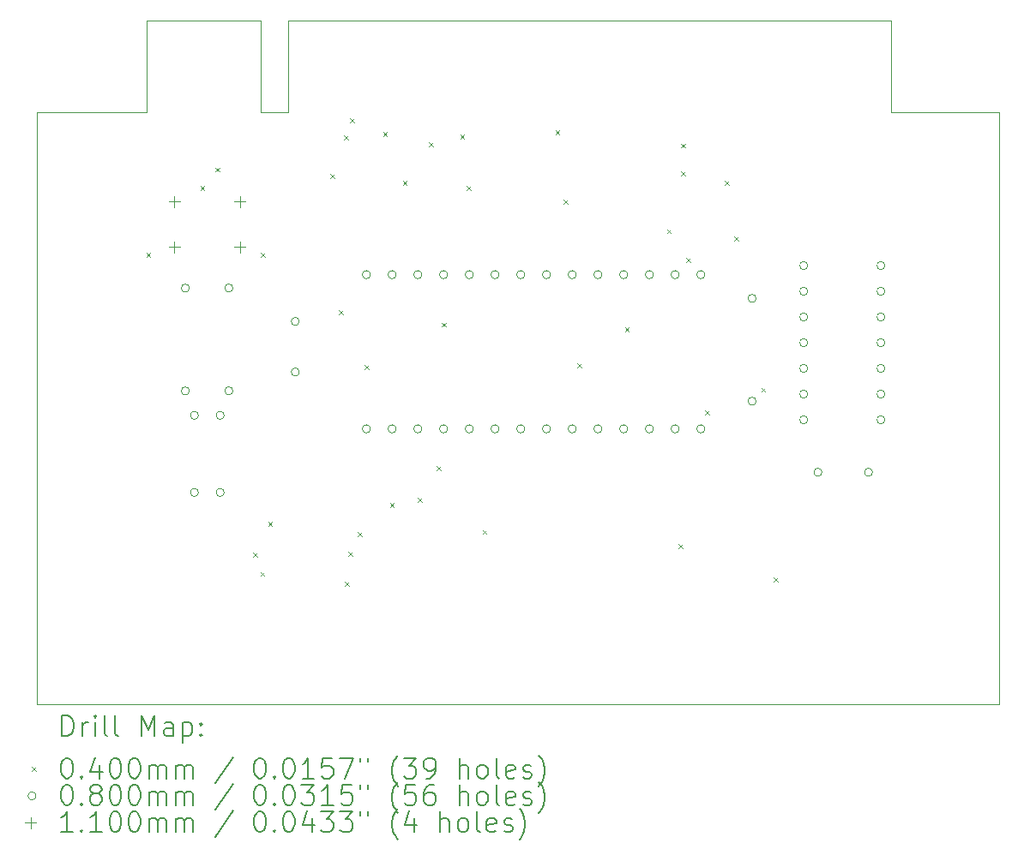
<source format=gbr>
%TF.GenerationSoftware,KiCad,Pcbnew,(6.0.10)*%
%TF.CreationDate,2023-03-31T21:51:58+03:00*%
%TF.ProjectId,zxcart,7a786361-7274-42e6-9b69-6361645f7063,rev?*%
%TF.SameCoordinates,Original*%
%TF.FileFunction,Drillmap*%
%TF.FilePolarity,Positive*%
%FSLAX45Y45*%
G04 Gerber Fmt 4.5, Leading zero omitted, Abs format (unit mm)*
G04 Created by KiCad (PCBNEW (6.0.10)) date 2023-03-31 21:51:58*
%MOMM*%
%LPD*%
G01*
G04 APERTURE LIST*
%ADD10C,0.100000*%
%ADD11C,0.200000*%
%ADD12C,0.040000*%
%ADD13C,0.080000*%
%ADD14C,0.110000*%
G04 APERTURE END LIST*
D10*
X10580000Y-5450000D02*
X10850000Y-5450000D01*
X10850000Y-4550000D02*
X16805000Y-4550000D01*
X10850000Y-4550000D02*
X10850000Y-5450000D01*
X10580000Y-4550000D02*
X10580000Y-5450000D01*
X9455000Y-4550000D02*
X10580000Y-4550000D01*
X8366748Y-11300000D02*
X17866749Y-11300000D01*
X8366748Y-5450000D02*
X9455000Y-5450000D01*
X16805000Y-5450000D02*
X17866749Y-5450000D01*
X16805000Y-4550000D02*
X16805000Y-5450000D01*
X9455000Y-4550000D02*
X9455000Y-5450000D01*
X8366748Y-5450000D02*
X8366748Y-11300000D01*
X17866749Y-5450000D02*
X17866749Y-11300000D01*
D11*
D12*
X9450150Y-6844130D02*
X9490150Y-6884130D01*
X9490150Y-6844130D02*
X9450150Y-6884130D01*
X9983050Y-6182750D02*
X10023050Y-6222750D01*
X10023050Y-6182750D02*
X9983050Y-6222750D01*
X10130000Y-6000000D02*
X10170000Y-6040000D01*
X10170000Y-6000000D02*
X10130000Y-6040000D01*
X10503120Y-9806880D02*
X10543120Y-9846880D01*
X10543120Y-9806880D02*
X10503120Y-9846880D01*
X10575770Y-9995770D02*
X10615770Y-10035770D01*
X10615770Y-9995770D02*
X10575770Y-10035770D01*
X10579520Y-6840090D02*
X10619520Y-6880090D01*
X10619520Y-6840090D02*
X10579520Y-6880090D01*
X10652520Y-9497920D02*
X10692520Y-9537920D01*
X10692520Y-9497920D02*
X10652520Y-9537920D01*
X11263760Y-6063540D02*
X11303760Y-6103540D01*
X11303760Y-6063540D02*
X11263760Y-6103540D01*
X11349150Y-7410480D02*
X11389150Y-7450480D01*
X11389150Y-7410480D02*
X11349150Y-7450480D01*
X11404800Y-5684800D02*
X11444800Y-5724800D01*
X11444800Y-5684800D02*
X11404800Y-5724800D01*
X11411980Y-10095970D02*
X11451980Y-10135970D01*
X11451980Y-10095970D02*
X11411980Y-10135970D01*
X11444100Y-9800000D02*
X11484100Y-9840000D01*
X11484100Y-9800000D02*
X11444100Y-9840000D01*
X11460000Y-5510000D02*
X11500000Y-5550000D01*
X11500000Y-5510000D02*
X11460000Y-5550000D01*
X11540330Y-9599540D02*
X11580330Y-9639540D01*
X11580330Y-9599540D02*
X11540330Y-9639540D01*
X11603000Y-7951830D02*
X11643000Y-7991830D01*
X11643000Y-7951830D02*
X11603000Y-7991830D01*
X11787610Y-5647610D02*
X11827610Y-5687610D01*
X11827610Y-5647610D02*
X11787610Y-5687610D01*
X11854680Y-9312740D02*
X11894680Y-9352740D01*
X11894680Y-9312740D02*
X11854680Y-9352740D01*
X11982860Y-6128180D02*
X12022860Y-6168180D01*
X12022860Y-6128180D02*
X11982860Y-6168180D01*
X12127640Y-9262690D02*
X12167640Y-9302690D01*
X12167640Y-9262690D02*
X12127640Y-9302690D01*
X12241230Y-5748770D02*
X12281230Y-5788770D01*
X12281230Y-5748770D02*
X12241230Y-5788770D01*
X12314730Y-8950170D02*
X12354730Y-8990170D01*
X12354730Y-8950170D02*
X12314730Y-8990170D01*
X12365000Y-7533240D02*
X12405000Y-7573240D01*
X12405000Y-7533240D02*
X12365000Y-7573240D01*
X12548590Y-5671510D02*
X12588590Y-5711510D01*
X12588590Y-5671510D02*
X12548590Y-5711510D01*
X12609530Y-6179100D02*
X12649530Y-6219100D01*
X12649530Y-6179100D02*
X12609530Y-6219100D01*
X12770000Y-9580000D02*
X12810000Y-9620000D01*
X12810000Y-9580000D02*
X12770000Y-9620000D01*
X13490000Y-5630000D02*
X13530000Y-5670000D01*
X13530000Y-5630000D02*
X13490000Y-5670000D01*
X13568550Y-6315000D02*
X13608550Y-6355000D01*
X13608550Y-6315000D02*
X13568550Y-6355000D01*
X13702920Y-7934410D02*
X13742920Y-7974410D01*
X13742920Y-7934410D02*
X13702920Y-7974410D01*
X14175750Y-7580900D02*
X14215750Y-7620900D01*
X14215750Y-7580900D02*
X14175750Y-7620900D01*
X14589860Y-6608760D02*
X14629860Y-6648760D01*
X14629860Y-6608760D02*
X14589860Y-6648760D01*
X14705570Y-9718350D02*
X14745570Y-9758350D01*
X14745570Y-9718350D02*
X14705570Y-9758350D01*
X14731190Y-5762350D02*
X14771190Y-5802350D01*
X14771190Y-5762350D02*
X14731190Y-5802350D01*
X14731190Y-6037570D02*
X14771190Y-6077570D01*
X14771190Y-6037570D02*
X14731190Y-6077570D01*
X14778730Y-6892770D02*
X14818730Y-6932770D01*
X14818730Y-6892770D02*
X14778730Y-6932770D01*
X14966780Y-8400870D02*
X15006780Y-8440870D01*
X15006780Y-8400870D02*
X14966780Y-8440870D01*
X15160000Y-6130000D02*
X15200000Y-6170000D01*
X15200000Y-6130000D02*
X15160000Y-6170000D01*
X15256760Y-6682400D02*
X15296760Y-6722400D01*
X15296760Y-6682400D02*
X15256760Y-6722400D01*
X15521570Y-8175480D02*
X15561570Y-8215480D01*
X15561570Y-8175480D02*
X15521570Y-8215480D01*
X15641050Y-10050000D02*
X15681050Y-10090000D01*
X15681050Y-10050000D02*
X15641050Y-10090000D01*
D13*
X9875000Y-7190000D02*
G75*
G03*
X9875000Y-7190000I-40000J0D01*
G01*
X9875000Y-8206000D02*
G75*
G03*
X9875000Y-8206000I-40000J0D01*
G01*
X9965000Y-8448000D02*
G75*
G03*
X9965000Y-8448000I-40000J0D01*
G01*
X9965000Y-9210000D02*
G75*
G03*
X9965000Y-9210000I-40000J0D01*
G01*
X10219000Y-8448000D02*
G75*
G03*
X10219000Y-8448000I-40000J0D01*
G01*
X10219000Y-9210000D02*
G75*
G03*
X10219000Y-9210000I-40000J0D01*
G01*
X10305000Y-7190000D02*
G75*
G03*
X10305000Y-7190000I-40000J0D01*
G01*
X10305000Y-8206000D02*
G75*
G03*
X10305000Y-8206000I-40000J0D01*
G01*
X10960000Y-7520000D02*
G75*
G03*
X10960000Y-7520000I-40000J0D01*
G01*
X10960000Y-8020000D02*
G75*
G03*
X10960000Y-8020000I-40000J0D01*
G01*
X11663000Y-7057500D02*
G75*
G03*
X11663000Y-7057500I-40000J0D01*
G01*
X11663000Y-8581500D02*
G75*
G03*
X11663000Y-8581500I-40000J0D01*
G01*
X11917000Y-7057500D02*
G75*
G03*
X11917000Y-7057500I-40000J0D01*
G01*
X11917000Y-8581500D02*
G75*
G03*
X11917000Y-8581500I-40000J0D01*
G01*
X12171000Y-7057500D02*
G75*
G03*
X12171000Y-7057500I-40000J0D01*
G01*
X12171000Y-8581500D02*
G75*
G03*
X12171000Y-8581500I-40000J0D01*
G01*
X12425000Y-7057500D02*
G75*
G03*
X12425000Y-7057500I-40000J0D01*
G01*
X12425000Y-8581500D02*
G75*
G03*
X12425000Y-8581500I-40000J0D01*
G01*
X12679000Y-7057500D02*
G75*
G03*
X12679000Y-7057500I-40000J0D01*
G01*
X12679000Y-8581500D02*
G75*
G03*
X12679000Y-8581500I-40000J0D01*
G01*
X12933000Y-7057500D02*
G75*
G03*
X12933000Y-7057500I-40000J0D01*
G01*
X12933000Y-8581500D02*
G75*
G03*
X12933000Y-8581500I-40000J0D01*
G01*
X13187000Y-7057500D02*
G75*
G03*
X13187000Y-7057500I-40000J0D01*
G01*
X13187000Y-8581500D02*
G75*
G03*
X13187000Y-8581500I-40000J0D01*
G01*
X13441000Y-7057500D02*
G75*
G03*
X13441000Y-7057500I-40000J0D01*
G01*
X13441000Y-8581500D02*
G75*
G03*
X13441000Y-8581500I-40000J0D01*
G01*
X13695000Y-7057500D02*
G75*
G03*
X13695000Y-7057500I-40000J0D01*
G01*
X13695000Y-8581500D02*
G75*
G03*
X13695000Y-8581500I-40000J0D01*
G01*
X13949000Y-7057500D02*
G75*
G03*
X13949000Y-7057500I-40000J0D01*
G01*
X13949000Y-8581500D02*
G75*
G03*
X13949000Y-8581500I-40000J0D01*
G01*
X14203000Y-7057500D02*
G75*
G03*
X14203000Y-7057500I-40000J0D01*
G01*
X14203000Y-8581500D02*
G75*
G03*
X14203000Y-8581500I-40000J0D01*
G01*
X14457000Y-7057500D02*
G75*
G03*
X14457000Y-7057500I-40000J0D01*
G01*
X14457000Y-8581500D02*
G75*
G03*
X14457000Y-8581500I-40000J0D01*
G01*
X14711000Y-7057500D02*
G75*
G03*
X14711000Y-7057500I-40000J0D01*
G01*
X14711000Y-8581500D02*
G75*
G03*
X14711000Y-8581500I-40000J0D01*
G01*
X14965000Y-7057500D02*
G75*
G03*
X14965000Y-7057500I-40000J0D01*
G01*
X14965000Y-8581500D02*
G75*
G03*
X14965000Y-8581500I-40000J0D01*
G01*
X15470000Y-7292000D02*
G75*
G03*
X15470000Y-7292000I-40000J0D01*
G01*
X15470000Y-8308000D02*
G75*
G03*
X15470000Y-8308000I-40000J0D01*
G01*
X15980000Y-6967500D02*
G75*
G03*
X15980000Y-6967500I-40000J0D01*
G01*
X15980000Y-7221500D02*
G75*
G03*
X15980000Y-7221500I-40000J0D01*
G01*
X15980000Y-7475500D02*
G75*
G03*
X15980000Y-7475500I-40000J0D01*
G01*
X15980000Y-7729500D02*
G75*
G03*
X15980000Y-7729500I-40000J0D01*
G01*
X15980000Y-7983500D02*
G75*
G03*
X15980000Y-7983500I-40000J0D01*
G01*
X15980000Y-8237500D02*
G75*
G03*
X15980000Y-8237500I-40000J0D01*
G01*
X15980000Y-8491500D02*
G75*
G03*
X15980000Y-8491500I-40000J0D01*
G01*
X16120000Y-9010000D02*
G75*
G03*
X16120000Y-9010000I-40000J0D01*
G01*
X16620000Y-9010000D02*
G75*
G03*
X16620000Y-9010000I-40000J0D01*
G01*
X16742000Y-6967500D02*
G75*
G03*
X16742000Y-6967500I-40000J0D01*
G01*
X16742000Y-7221500D02*
G75*
G03*
X16742000Y-7221500I-40000J0D01*
G01*
X16742000Y-7475500D02*
G75*
G03*
X16742000Y-7475500I-40000J0D01*
G01*
X16742000Y-7729500D02*
G75*
G03*
X16742000Y-7729500I-40000J0D01*
G01*
X16742000Y-7983500D02*
G75*
G03*
X16742000Y-7983500I-40000J0D01*
G01*
X16742000Y-8237500D02*
G75*
G03*
X16742000Y-8237500I-40000J0D01*
G01*
X16742000Y-8491500D02*
G75*
G03*
X16742000Y-8491500I-40000J0D01*
G01*
D14*
X9725000Y-6280000D02*
X9725000Y-6390000D01*
X9670000Y-6335000D02*
X9780000Y-6335000D01*
X9725000Y-6730000D02*
X9725000Y-6840000D01*
X9670000Y-6785000D02*
X9780000Y-6785000D01*
X10375000Y-6280000D02*
X10375000Y-6390000D01*
X10320000Y-6335000D02*
X10430000Y-6335000D01*
X10375000Y-6730000D02*
X10375000Y-6840000D01*
X10320000Y-6785000D02*
X10430000Y-6785000D01*
D11*
X8619368Y-11615476D02*
X8619368Y-11415476D01*
X8666987Y-11415476D01*
X8695558Y-11425000D01*
X8714606Y-11444048D01*
X8724129Y-11463095D01*
X8733653Y-11501190D01*
X8733653Y-11529762D01*
X8724129Y-11567857D01*
X8714606Y-11586905D01*
X8695558Y-11605952D01*
X8666987Y-11615476D01*
X8619368Y-11615476D01*
X8819368Y-11615476D02*
X8819368Y-11482143D01*
X8819368Y-11520238D02*
X8828891Y-11501190D01*
X8838415Y-11491667D01*
X8857463Y-11482143D01*
X8876510Y-11482143D01*
X8943177Y-11615476D02*
X8943177Y-11482143D01*
X8943177Y-11415476D02*
X8933653Y-11425000D01*
X8943177Y-11434524D01*
X8952701Y-11425000D01*
X8943177Y-11415476D01*
X8943177Y-11434524D01*
X9066987Y-11615476D02*
X9047939Y-11605952D01*
X9038415Y-11586905D01*
X9038415Y-11415476D01*
X9171749Y-11615476D02*
X9152701Y-11605952D01*
X9143177Y-11586905D01*
X9143177Y-11415476D01*
X9400320Y-11615476D02*
X9400320Y-11415476D01*
X9466987Y-11558333D01*
X9533653Y-11415476D01*
X9533653Y-11615476D01*
X9714606Y-11615476D02*
X9714606Y-11510714D01*
X9705082Y-11491667D01*
X9686034Y-11482143D01*
X9647939Y-11482143D01*
X9628891Y-11491667D01*
X9714606Y-11605952D02*
X9695558Y-11615476D01*
X9647939Y-11615476D01*
X9628891Y-11605952D01*
X9619368Y-11586905D01*
X9619368Y-11567857D01*
X9628891Y-11548809D01*
X9647939Y-11539286D01*
X9695558Y-11539286D01*
X9714606Y-11529762D01*
X9809844Y-11482143D02*
X9809844Y-11682143D01*
X9809844Y-11491667D02*
X9828891Y-11482143D01*
X9866987Y-11482143D01*
X9886034Y-11491667D01*
X9895558Y-11501190D01*
X9905082Y-11520238D01*
X9905082Y-11577381D01*
X9895558Y-11596428D01*
X9886034Y-11605952D01*
X9866987Y-11615476D01*
X9828891Y-11615476D01*
X9809844Y-11605952D01*
X9990796Y-11596428D02*
X10000320Y-11605952D01*
X9990796Y-11615476D01*
X9981272Y-11605952D01*
X9990796Y-11596428D01*
X9990796Y-11615476D01*
X9990796Y-11491667D02*
X10000320Y-11501190D01*
X9990796Y-11510714D01*
X9981272Y-11501190D01*
X9990796Y-11491667D01*
X9990796Y-11510714D01*
D12*
X8321748Y-11925000D02*
X8361748Y-11965000D01*
X8361748Y-11925000D02*
X8321748Y-11965000D01*
D11*
X8657463Y-11835476D02*
X8676510Y-11835476D01*
X8695558Y-11845000D01*
X8705082Y-11854524D01*
X8714606Y-11873571D01*
X8724129Y-11911667D01*
X8724129Y-11959286D01*
X8714606Y-11997381D01*
X8705082Y-12016428D01*
X8695558Y-12025952D01*
X8676510Y-12035476D01*
X8657463Y-12035476D01*
X8638415Y-12025952D01*
X8628891Y-12016428D01*
X8619368Y-11997381D01*
X8609844Y-11959286D01*
X8609844Y-11911667D01*
X8619368Y-11873571D01*
X8628891Y-11854524D01*
X8638415Y-11845000D01*
X8657463Y-11835476D01*
X8809844Y-12016428D02*
X8819368Y-12025952D01*
X8809844Y-12035476D01*
X8800320Y-12025952D01*
X8809844Y-12016428D01*
X8809844Y-12035476D01*
X8990796Y-11902143D02*
X8990796Y-12035476D01*
X8943177Y-11825952D02*
X8895558Y-11968809D01*
X9019368Y-11968809D01*
X9133653Y-11835476D02*
X9152701Y-11835476D01*
X9171749Y-11845000D01*
X9181272Y-11854524D01*
X9190796Y-11873571D01*
X9200320Y-11911667D01*
X9200320Y-11959286D01*
X9190796Y-11997381D01*
X9181272Y-12016428D01*
X9171749Y-12025952D01*
X9152701Y-12035476D01*
X9133653Y-12035476D01*
X9114606Y-12025952D01*
X9105082Y-12016428D01*
X9095558Y-11997381D01*
X9086034Y-11959286D01*
X9086034Y-11911667D01*
X9095558Y-11873571D01*
X9105082Y-11854524D01*
X9114606Y-11845000D01*
X9133653Y-11835476D01*
X9324129Y-11835476D02*
X9343177Y-11835476D01*
X9362225Y-11845000D01*
X9371749Y-11854524D01*
X9381272Y-11873571D01*
X9390796Y-11911667D01*
X9390796Y-11959286D01*
X9381272Y-11997381D01*
X9371749Y-12016428D01*
X9362225Y-12025952D01*
X9343177Y-12035476D01*
X9324129Y-12035476D01*
X9305082Y-12025952D01*
X9295558Y-12016428D01*
X9286034Y-11997381D01*
X9276510Y-11959286D01*
X9276510Y-11911667D01*
X9286034Y-11873571D01*
X9295558Y-11854524D01*
X9305082Y-11845000D01*
X9324129Y-11835476D01*
X9476510Y-12035476D02*
X9476510Y-11902143D01*
X9476510Y-11921190D02*
X9486034Y-11911667D01*
X9505082Y-11902143D01*
X9533653Y-11902143D01*
X9552701Y-11911667D01*
X9562225Y-11930714D01*
X9562225Y-12035476D01*
X9562225Y-11930714D02*
X9571749Y-11911667D01*
X9590796Y-11902143D01*
X9619368Y-11902143D01*
X9638415Y-11911667D01*
X9647939Y-11930714D01*
X9647939Y-12035476D01*
X9743177Y-12035476D02*
X9743177Y-11902143D01*
X9743177Y-11921190D02*
X9752701Y-11911667D01*
X9771749Y-11902143D01*
X9800320Y-11902143D01*
X9819368Y-11911667D01*
X9828891Y-11930714D01*
X9828891Y-12035476D01*
X9828891Y-11930714D02*
X9838415Y-11911667D01*
X9857463Y-11902143D01*
X9886034Y-11902143D01*
X9905082Y-11911667D01*
X9914606Y-11930714D01*
X9914606Y-12035476D01*
X10305082Y-11825952D02*
X10133653Y-12083095D01*
X10562225Y-11835476D02*
X10581272Y-11835476D01*
X10600320Y-11845000D01*
X10609844Y-11854524D01*
X10619368Y-11873571D01*
X10628891Y-11911667D01*
X10628891Y-11959286D01*
X10619368Y-11997381D01*
X10609844Y-12016428D01*
X10600320Y-12025952D01*
X10581272Y-12035476D01*
X10562225Y-12035476D01*
X10543177Y-12025952D01*
X10533653Y-12016428D01*
X10524129Y-11997381D01*
X10514606Y-11959286D01*
X10514606Y-11911667D01*
X10524129Y-11873571D01*
X10533653Y-11854524D01*
X10543177Y-11845000D01*
X10562225Y-11835476D01*
X10714606Y-12016428D02*
X10724129Y-12025952D01*
X10714606Y-12035476D01*
X10705082Y-12025952D01*
X10714606Y-12016428D01*
X10714606Y-12035476D01*
X10847939Y-11835476D02*
X10866987Y-11835476D01*
X10886034Y-11845000D01*
X10895558Y-11854524D01*
X10905082Y-11873571D01*
X10914606Y-11911667D01*
X10914606Y-11959286D01*
X10905082Y-11997381D01*
X10895558Y-12016428D01*
X10886034Y-12025952D01*
X10866987Y-12035476D01*
X10847939Y-12035476D01*
X10828891Y-12025952D01*
X10819368Y-12016428D01*
X10809844Y-11997381D01*
X10800320Y-11959286D01*
X10800320Y-11911667D01*
X10809844Y-11873571D01*
X10819368Y-11854524D01*
X10828891Y-11845000D01*
X10847939Y-11835476D01*
X11105082Y-12035476D02*
X10990796Y-12035476D01*
X11047939Y-12035476D02*
X11047939Y-11835476D01*
X11028891Y-11864048D01*
X11009844Y-11883095D01*
X10990796Y-11892619D01*
X11286034Y-11835476D02*
X11190796Y-11835476D01*
X11181272Y-11930714D01*
X11190796Y-11921190D01*
X11209844Y-11911667D01*
X11257463Y-11911667D01*
X11276510Y-11921190D01*
X11286034Y-11930714D01*
X11295558Y-11949762D01*
X11295558Y-11997381D01*
X11286034Y-12016428D01*
X11276510Y-12025952D01*
X11257463Y-12035476D01*
X11209844Y-12035476D01*
X11190796Y-12025952D01*
X11181272Y-12016428D01*
X11362225Y-11835476D02*
X11495558Y-11835476D01*
X11409844Y-12035476D01*
X11562225Y-11835476D02*
X11562225Y-11873571D01*
X11638415Y-11835476D02*
X11638415Y-11873571D01*
X11933653Y-12111667D02*
X11924129Y-12102143D01*
X11905082Y-12073571D01*
X11895558Y-12054524D01*
X11886034Y-12025952D01*
X11876510Y-11978333D01*
X11876510Y-11940238D01*
X11886034Y-11892619D01*
X11895558Y-11864048D01*
X11905082Y-11845000D01*
X11924129Y-11816428D01*
X11933653Y-11806905D01*
X11990796Y-11835476D02*
X12114606Y-11835476D01*
X12047939Y-11911667D01*
X12076510Y-11911667D01*
X12095558Y-11921190D01*
X12105082Y-11930714D01*
X12114606Y-11949762D01*
X12114606Y-11997381D01*
X12105082Y-12016428D01*
X12095558Y-12025952D01*
X12076510Y-12035476D01*
X12019367Y-12035476D01*
X12000320Y-12025952D01*
X11990796Y-12016428D01*
X12209844Y-12035476D02*
X12247939Y-12035476D01*
X12266986Y-12025952D01*
X12276510Y-12016428D01*
X12295558Y-11987857D01*
X12305082Y-11949762D01*
X12305082Y-11873571D01*
X12295558Y-11854524D01*
X12286034Y-11845000D01*
X12266986Y-11835476D01*
X12228891Y-11835476D01*
X12209844Y-11845000D01*
X12200320Y-11854524D01*
X12190796Y-11873571D01*
X12190796Y-11921190D01*
X12200320Y-11940238D01*
X12209844Y-11949762D01*
X12228891Y-11959286D01*
X12266986Y-11959286D01*
X12286034Y-11949762D01*
X12295558Y-11940238D01*
X12305082Y-11921190D01*
X12543177Y-12035476D02*
X12543177Y-11835476D01*
X12628891Y-12035476D02*
X12628891Y-11930714D01*
X12619367Y-11911667D01*
X12600320Y-11902143D01*
X12571748Y-11902143D01*
X12552701Y-11911667D01*
X12543177Y-11921190D01*
X12752701Y-12035476D02*
X12733653Y-12025952D01*
X12724129Y-12016428D01*
X12714606Y-11997381D01*
X12714606Y-11940238D01*
X12724129Y-11921190D01*
X12733653Y-11911667D01*
X12752701Y-11902143D01*
X12781272Y-11902143D01*
X12800320Y-11911667D01*
X12809844Y-11921190D01*
X12819367Y-11940238D01*
X12819367Y-11997381D01*
X12809844Y-12016428D01*
X12800320Y-12025952D01*
X12781272Y-12035476D01*
X12752701Y-12035476D01*
X12933653Y-12035476D02*
X12914606Y-12025952D01*
X12905082Y-12006905D01*
X12905082Y-11835476D01*
X13086034Y-12025952D02*
X13066986Y-12035476D01*
X13028891Y-12035476D01*
X13009844Y-12025952D01*
X13000320Y-12006905D01*
X13000320Y-11930714D01*
X13009844Y-11911667D01*
X13028891Y-11902143D01*
X13066986Y-11902143D01*
X13086034Y-11911667D01*
X13095558Y-11930714D01*
X13095558Y-11949762D01*
X13000320Y-11968809D01*
X13171748Y-12025952D02*
X13190796Y-12035476D01*
X13228891Y-12035476D01*
X13247939Y-12025952D01*
X13257463Y-12006905D01*
X13257463Y-11997381D01*
X13247939Y-11978333D01*
X13228891Y-11968809D01*
X13200320Y-11968809D01*
X13181272Y-11959286D01*
X13171748Y-11940238D01*
X13171748Y-11930714D01*
X13181272Y-11911667D01*
X13200320Y-11902143D01*
X13228891Y-11902143D01*
X13247939Y-11911667D01*
X13324129Y-12111667D02*
X13333653Y-12102143D01*
X13352701Y-12073571D01*
X13362225Y-12054524D01*
X13371748Y-12025952D01*
X13381272Y-11978333D01*
X13381272Y-11940238D01*
X13371748Y-11892619D01*
X13362225Y-11864048D01*
X13352701Y-11845000D01*
X13333653Y-11816428D01*
X13324129Y-11806905D01*
D13*
X8361748Y-12209000D02*
G75*
G03*
X8361748Y-12209000I-40000J0D01*
G01*
D11*
X8657463Y-12099476D02*
X8676510Y-12099476D01*
X8695558Y-12109000D01*
X8705082Y-12118524D01*
X8714606Y-12137571D01*
X8724129Y-12175667D01*
X8724129Y-12223286D01*
X8714606Y-12261381D01*
X8705082Y-12280428D01*
X8695558Y-12289952D01*
X8676510Y-12299476D01*
X8657463Y-12299476D01*
X8638415Y-12289952D01*
X8628891Y-12280428D01*
X8619368Y-12261381D01*
X8609844Y-12223286D01*
X8609844Y-12175667D01*
X8619368Y-12137571D01*
X8628891Y-12118524D01*
X8638415Y-12109000D01*
X8657463Y-12099476D01*
X8809844Y-12280428D02*
X8819368Y-12289952D01*
X8809844Y-12299476D01*
X8800320Y-12289952D01*
X8809844Y-12280428D01*
X8809844Y-12299476D01*
X8933653Y-12185190D02*
X8914606Y-12175667D01*
X8905082Y-12166143D01*
X8895558Y-12147095D01*
X8895558Y-12137571D01*
X8905082Y-12118524D01*
X8914606Y-12109000D01*
X8933653Y-12099476D01*
X8971749Y-12099476D01*
X8990796Y-12109000D01*
X9000320Y-12118524D01*
X9009844Y-12137571D01*
X9009844Y-12147095D01*
X9000320Y-12166143D01*
X8990796Y-12175667D01*
X8971749Y-12185190D01*
X8933653Y-12185190D01*
X8914606Y-12194714D01*
X8905082Y-12204238D01*
X8895558Y-12223286D01*
X8895558Y-12261381D01*
X8905082Y-12280428D01*
X8914606Y-12289952D01*
X8933653Y-12299476D01*
X8971749Y-12299476D01*
X8990796Y-12289952D01*
X9000320Y-12280428D01*
X9009844Y-12261381D01*
X9009844Y-12223286D01*
X9000320Y-12204238D01*
X8990796Y-12194714D01*
X8971749Y-12185190D01*
X9133653Y-12099476D02*
X9152701Y-12099476D01*
X9171749Y-12109000D01*
X9181272Y-12118524D01*
X9190796Y-12137571D01*
X9200320Y-12175667D01*
X9200320Y-12223286D01*
X9190796Y-12261381D01*
X9181272Y-12280428D01*
X9171749Y-12289952D01*
X9152701Y-12299476D01*
X9133653Y-12299476D01*
X9114606Y-12289952D01*
X9105082Y-12280428D01*
X9095558Y-12261381D01*
X9086034Y-12223286D01*
X9086034Y-12175667D01*
X9095558Y-12137571D01*
X9105082Y-12118524D01*
X9114606Y-12109000D01*
X9133653Y-12099476D01*
X9324129Y-12099476D02*
X9343177Y-12099476D01*
X9362225Y-12109000D01*
X9371749Y-12118524D01*
X9381272Y-12137571D01*
X9390796Y-12175667D01*
X9390796Y-12223286D01*
X9381272Y-12261381D01*
X9371749Y-12280428D01*
X9362225Y-12289952D01*
X9343177Y-12299476D01*
X9324129Y-12299476D01*
X9305082Y-12289952D01*
X9295558Y-12280428D01*
X9286034Y-12261381D01*
X9276510Y-12223286D01*
X9276510Y-12175667D01*
X9286034Y-12137571D01*
X9295558Y-12118524D01*
X9305082Y-12109000D01*
X9324129Y-12099476D01*
X9476510Y-12299476D02*
X9476510Y-12166143D01*
X9476510Y-12185190D02*
X9486034Y-12175667D01*
X9505082Y-12166143D01*
X9533653Y-12166143D01*
X9552701Y-12175667D01*
X9562225Y-12194714D01*
X9562225Y-12299476D01*
X9562225Y-12194714D02*
X9571749Y-12175667D01*
X9590796Y-12166143D01*
X9619368Y-12166143D01*
X9638415Y-12175667D01*
X9647939Y-12194714D01*
X9647939Y-12299476D01*
X9743177Y-12299476D02*
X9743177Y-12166143D01*
X9743177Y-12185190D02*
X9752701Y-12175667D01*
X9771749Y-12166143D01*
X9800320Y-12166143D01*
X9819368Y-12175667D01*
X9828891Y-12194714D01*
X9828891Y-12299476D01*
X9828891Y-12194714D02*
X9838415Y-12175667D01*
X9857463Y-12166143D01*
X9886034Y-12166143D01*
X9905082Y-12175667D01*
X9914606Y-12194714D01*
X9914606Y-12299476D01*
X10305082Y-12089952D02*
X10133653Y-12347095D01*
X10562225Y-12099476D02*
X10581272Y-12099476D01*
X10600320Y-12109000D01*
X10609844Y-12118524D01*
X10619368Y-12137571D01*
X10628891Y-12175667D01*
X10628891Y-12223286D01*
X10619368Y-12261381D01*
X10609844Y-12280428D01*
X10600320Y-12289952D01*
X10581272Y-12299476D01*
X10562225Y-12299476D01*
X10543177Y-12289952D01*
X10533653Y-12280428D01*
X10524129Y-12261381D01*
X10514606Y-12223286D01*
X10514606Y-12175667D01*
X10524129Y-12137571D01*
X10533653Y-12118524D01*
X10543177Y-12109000D01*
X10562225Y-12099476D01*
X10714606Y-12280428D02*
X10724129Y-12289952D01*
X10714606Y-12299476D01*
X10705082Y-12289952D01*
X10714606Y-12280428D01*
X10714606Y-12299476D01*
X10847939Y-12099476D02*
X10866987Y-12099476D01*
X10886034Y-12109000D01*
X10895558Y-12118524D01*
X10905082Y-12137571D01*
X10914606Y-12175667D01*
X10914606Y-12223286D01*
X10905082Y-12261381D01*
X10895558Y-12280428D01*
X10886034Y-12289952D01*
X10866987Y-12299476D01*
X10847939Y-12299476D01*
X10828891Y-12289952D01*
X10819368Y-12280428D01*
X10809844Y-12261381D01*
X10800320Y-12223286D01*
X10800320Y-12175667D01*
X10809844Y-12137571D01*
X10819368Y-12118524D01*
X10828891Y-12109000D01*
X10847939Y-12099476D01*
X10981272Y-12099476D02*
X11105082Y-12099476D01*
X11038415Y-12175667D01*
X11066987Y-12175667D01*
X11086034Y-12185190D01*
X11095558Y-12194714D01*
X11105082Y-12213762D01*
X11105082Y-12261381D01*
X11095558Y-12280428D01*
X11086034Y-12289952D01*
X11066987Y-12299476D01*
X11009844Y-12299476D01*
X10990796Y-12289952D01*
X10981272Y-12280428D01*
X11295558Y-12299476D02*
X11181272Y-12299476D01*
X11238415Y-12299476D02*
X11238415Y-12099476D01*
X11219367Y-12128048D01*
X11200320Y-12147095D01*
X11181272Y-12156619D01*
X11476510Y-12099476D02*
X11381272Y-12099476D01*
X11371748Y-12194714D01*
X11381272Y-12185190D01*
X11400320Y-12175667D01*
X11447939Y-12175667D01*
X11466986Y-12185190D01*
X11476510Y-12194714D01*
X11486034Y-12213762D01*
X11486034Y-12261381D01*
X11476510Y-12280428D01*
X11466986Y-12289952D01*
X11447939Y-12299476D01*
X11400320Y-12299476D01*
X11381272Y-12289952D01*
X11371748Y-12280428D01*
X11562225Y-12099476D02*
X11562225Y-12137571D01*
X11638415Y-12099476D02*
X11638415Y-12137571D01*
X11933653Y-12375667D02*
X11924129Y-12366143D01*
X11905082Y-12337571D01*
X11895558Y-12318524D01*
X11886034Y-12289952D01*
X11876510Y-12242333D01*
X11876510Y-12204238D01*
X11886034Y-12156619D01*
X11895558Y-12128048D01*
X11905082Y-12109000D01*
X11924129Y-12080428D01*
X11933653Y-12070905D01*
X12105082Y-12099476D02*
X12009844Y-12099476D01*
X12000320Y-12194714D01*
X12009844Y-12185190D01*
X12028891Y-12175667D01*
X12076510Y-12175667D01*
X12095558Y-12185190D01*
X12105082Y-12194714D01*
X12114606Y-12213762D01*
X12114606Y-12261381D01*
X12105082Y-12280428D01*
X12095558Y-12289952D01*
X12076510Y-12299476D01*
X12028891Y-12299476D01*
X12009844Y-12289952D01*
X12000320Y-12280428D01*
X12286034Y-12099476D02*
X12247939Y-12099476D01*
X12228891Y-12109000D01*
X12219367Y-12118524D01*
X12200320Y-12147095D01*
X12190796Y-12185190D01*
X12190796Y-12261381D01*
X12200320Y-12280428D01*
X12209844Y-12289952D01*
X12228891Y-12299476D01*
X12266986Y-12299476D01*
X12286034Y-12289952D01*
X12295558Y-12280428D01*
X12305082Y-12261381D01*
X12305082Y-12213762D01*
X12295558Y-12194714D01*
X12286034Y-12185190D01*
X12266986Y-12175667D01*
X12228891Y-12175667D01*
X12209844Y-12185190D01*
X12200320Y-12194714D01*
X12190796Y-12213762D01*
X12543177Y-12299476D02*
X12543177Y-12099476D01*
X12628891Y-12299476D02*
X12628891Y-12194714D01*
X12619367Y-12175667D01*
X12600320Y-12166143D01*
X12571748Y-12166143D01*
X12552701Y-12175667D01*
X12543177Y-12185190D01*
X12752701Y-12299476D02*
X12733653Y-12289952D01*
X12724129Y-12280428D01*
X12714606Y-12261381D01*
X12714606Y-12204238D01*
X12724129Y-12185190D01*
X12733653Y-12175667D01*
X12752701Y-12166143D01*
X12781272Y-12166143D01*
X12800320Y-12175667D01*
X12809844Y-12185190D01*
X12819367Y-12204238D01*
X12819367Y-12261381D01*
X12809844Y-12280428D01*
X12800320Y-12289952D01*
X12781272Y-12299476D01*
X12752701Y-12299476D01*
X12933653Y-12299476D02*
X12914606Y-12289952D01*
X12905082Y-12270905D01*
X12905082Y-12099476D01*
X13086034Y-12289952D02*
X13066986Y-12299476D01*
X13028891Y-12299476D01*
X13009844Y-12289952D01*
X13000320Y-12270905D01*
X13000320Y-12194714D01*
X13009844Y-12175667D01*
X13028891Y-12166143D01*
X13066986Y-12166143D01*
X13086034Y-12175667D01*
X13095558Y-12194714D01*
X13095558Y-12213762D01*
X13000320Y-12232809D01*
X13171748Y-12289952D02*
X13190796Y-12299476D01*
X13228891Y-12299476D01*
X13247939Y-12289952D01*
X13257463Y-12270905D01*
X13257463Y-12261381D01*
X13247939Y-12242333D01*
X13228891Y-12232809D01*
X13200320Y-12232809D01*
X13181272Y-12223286D01*
X13171748Y-12204238D01*
X13171748Y-12194714D01*
X13181272Y-12175667D01*
X13200320Y-12166143D01*
X13228891Y-12166143D01*
X13247939Y-12175667D01*
X13324129Y-12375667D02*
X13333653Y-12366143D01*
X13352701Y-12337571D01*
X13362225Y-12318524D01*
X13371748Y-12289952D01*
X13381272Y-12242333D01*
X13381272Y-12204238D01*
X13371748Y-12156619D01*
X13362225Y-12128048D01*
X13352701Y-12109000D01*
X13333653Y-12080428D01*
X13324129Y-12070905D01*
D14*
X8306748Y-12418000D02*
X8306748Y-12528000D01*
X8251748Y-12473000D02*
X8361748Y-12473000D01*
D11*
X8724129Y-12563476D02*
X8609844Y-12563476D01*
X8666987Y-12563476D02*
X8666987Y-12363476D01*
X8647939Y-12392048D01*
X8628891Y-12411095D01*
X8609844Y-12420619D01*
X8809844Y-12544428D02*
X8819368Y-12553952D01*
X8809844Y-12563476D01*
X8800320Y-12553952D01*
X8809844Y-12544428D01*
X8809844Y-12563476D01*
X9009844Y-12563476D02*
X8895558Y-12563476D01*
X8952701Y-12563476D02*
X8952701Y-12363476D01*
X8933653Y-12392048D01*
X8914606Y-12411095D01*
X8895558Y-12420619D01*
X9133653Y-12363476D02*
X9152701Y-12363476D01*
X9171749Y-12373000D01*
X9181272Y-12382524D01*
X9190796Y-12401571D01*
X9200320Y-12439667D01*
X9200320Y-12487286D01*
X9190796Y-12525381D01*
X9181272Y-12544428D01*
X9171749Y-12553952D01*
X9152701Y-12563476D01*
X9133653Y-12563476D01*
X9114606Y-12553952D01*
X9105082Y-12544428D01*
X9095558Y-12525381D01*
X9086034Y-12487286D01*
X9086034Y-12439667D01*
X9095558Y-12401571D01*
X9105082Y-12382524D01*
X9114606Y-12373000D01*
X9133653Y-12363476D01*
X9324129Y-12363476D02*
X9343177Y-12363476D01*
X9362225Y-12373000D01*
X9371749Y-12382524D01*
X9381272Y-12401571D01*
X9390796Y-12439667D01*
X9390796Y-12487286D01*
X9381272Y-12525381D01*
X9371749Y-12544428D01*
X9362225Y-12553952D01*
X9343177Y-12563476D01*
X9324129Y-12563476D01*
X9305082Y-12553952D01*
X9295558Y-12544428D01*
X9286034Y-12525381D01*
X9276510Y-12487286D01*
X9276510Y-12439667D01*
X9286034Y-12401571D01*
X9295558Y-12382524D01*
X9305082Y-12373000D01*
X9324129Y-12363476D01*
X9476510Y-12563476D02*
X9476510Y-12430143D01*
X9476510Y-12449190D02*
X9486034Y-12439667D01*
X9505082Y-12430143D01*
X9533653Y-12430143D01*
X9552701Y-12439667D01*
X9562225Y-12458714D01*
X9562225Y-12563476D01*
X9562225Y-12458714D02*
X9571749Y-12439667D01*
X9590796Y-12430143D01*
X9619368Y-12430143D01*
X9638415Y-12439667D01*
X9647939Y-12458714D01*
X9647939Y-12563476D01*
X9743177Y-12563476D02*
X9743177Y-12430143D01*
X9743177Y-12449190D02*
X9752701Y-12439667D01*
X9771749Y-12430143D01*
X9800320Y-12430143D01*
X9819368Y-12439667D01*
X9828891Y-12458714D01*
X9828891Y-12563476D01*
X9828891Y-12458714D02*
X9838415Y-12439667D01*
X9857463Y-12430143D01*
X9886034Y-12430143D01*
X9905082Y-12439667D01*
X9914606Y-12458714D01*
X9914606Y-12563476D01*
X10305082Y-12353952D02*
X10133653Y-12611095D01*
X10562225Y-12363476D02*
X10581272Y-12363476D01*
X10600320Y-12373000D01*
X10609844Y-12382524D01*
X10619368Y-12401571D01*
X10628891Y-12439667D01*
X10628891Y-12487286D01*
X10619368Y-12525381D01*
X10609844Y-12544428D01*
X10600320Y-12553952D01*
X10581272Y-12563476D01*
X10562225Y-12563476D01*
X10543177Y-12553952D01*
X10533653Y-12544428D01*
X10524129Y-12525381D01*
X10514606Y-12487286D01*
X10514606Y-12439667D01*
X10524129Y-12401571D01*
X10533653Y-12382524D01*
X10543177Y-12373000D01*
X10562225Y-12363476D01*
X10714606Y-12544428D02*
X10724129Y-12553952D01*
X10714606Y-12563476D01*
X10705082Y-12553952D01*
X10714606Y-12544428D01*
X10714606Y-12563476D01*
X10847939Y-12363476D02*
X10866987Y-12363476D01*
X10886034Y-12373000D01*
X10895558Y-12382524D01*
X10905082Y-12401571D01*
X10914606Y-12439667D01*
X10914606Y-12487286D01*
X10905082Y-12525381D01*
X10895558Y-12544428D01*
X10886034Y-12553952D01*
X10866987Y-12563476D01*
X10847939Y-12563476D01*
X10828891Y-12553952D01*
X10819368Y-12544428D01*
X10809844Y-12525381D01*
X10800320Y-12487286D01*
X10800320Y-12439667D01*
X10809844Y-12401571D01*
X10819368Y-12382524D01*
X10828891Y-12373000D01*
X10847939Y-12363476D01*
X11086034Y-12430143D02*
X11086034Y-12563476D01*
X11038415Y-12353952D02*
X10990796Y-12496809D01*
X11114606Y-12496809D01*
X11171749Y-12363476D02*
X11295558Y-12363476D01*
X11228891Y-12439667D01*
X11257463Y-12439667D01*
X11276510Y-12449190D01*
X11286034Y-12458714D01*
X11295558Y-12477762D01*
X11295558Y-12525381D01*
X11286034Y-12544428D01*
X11276510Y-12553952D01*
X11257463Y-12563476D01*
X11200320Y-12563476D01*
X11181272Y-12553952D01*
X11171749Y-12544428D01*
X11362225Y-12363476D02*
X11486034Y-12363476D01*
X11419367Y-12439667D01*
X11447939Y-12439667D01*
X11466986Y-12449190D01*
X11476510Y-12458714D01*
X11486034Y-12477762D01*
X11486034Y-12525381D01*
X11476510Y-12544428D01*
X11466986Y-12553952D01*
X11447939Y-12563476D01*
X11390796Y-12563476D01*
X11371748Y-12553952D01*
X11362225Y-12544428D01*
X11562225Y-12363476D02*
X11562225Y-12401571D01*
X11638415Y-12363476D02*
X11638415Y-12401571D01*
X11933653Y-12639667D02*
X11924129Y-12630143D01*
X11905082Y-12601571D01*
X11895558Y-12582524D01*
X11886034Y-12553952D01*
X11876510Y-12506333D01*
X11876510Y-12468238D01*
X11886034Y-12420619D01*
X11895558Y-12392048D01*
X11905082Y-12373000D01*
X11924129Y-12344428D01*
X11933653Y-12334905D01*
X12095558Y-12430143D02*
X12095558Y-12563476D01*
X12047939Y-12353952D02*
X12000320Y-12496809D01*
X12124129Y-12496809D01*
X12352701Y-12563476D02*
X12352701Y-12363476D01*
X12438415Y-12563476D02*
X12438415Y-12458714D01*
X12428891Y-12439667D01*
X12409844Y-12430143D01*
X12381272Y-12430143D01*
X12362225Y-12439667D01*
X12352701Y-12449190D01*
X12562225Y-12563476D02*
X12543177Y-12553952D01*
X12533653Y-12544428D01*
X12524129Y-12525381D01*
X12524129Y-12468238D01*
X12533653Y-12449190D01*
X12543177Y-12439667D01*
X12562225Y-12430143D01*
X12590796Y-12430143D01*
X12609844Y-12439667D01*
X12619367Y-12449190D01*
X12628891Y-12468238D01*
X12628891Y-12525381D01*
X12619367Y-12544428D01*
X12609844Y-12553952D01*
X12590796Y-12563476D01*
X12562225Y-12563476D01*
X12743177Y-12563476D02*
X12724129Y-12553952D01*
X12714606Y-12534905D01*
X12714606Y-12363476D01*
X12895558Y-12553952D02*
X12876510Y-12563476D01*
X12838415Y-12563476D01*
X12819367Y-12553952D01*
X12809844Y-12534905D01*
X12809844Y-12458714D01*
X12819367Y-12439667D01*
X12838415Y-12430143D01*
X12876510Y-12430143D01*
X12895558Y-12439667D01*
X12905082Y-12458714D01*
X12905082Y-12477762D01*
X12809844Y-12496809D01*
X12981272Y-12553952D02*
X13000320Y-12563476D01*
X13038415Y-12563476D01*
X13057463Y-12553952D01*
X13066986Y-12534905D01*
X13066986Y-12525381D01*
X13057463Y-12506333D01*
X13038415Y-12496809D01*
X13009844Y-12496809D01*
X12990796Y-12487286D01*
X12981272Y-12468238D01*
X12981272Y-12458714D01*
X12990796Y-12439667D01*
X13009844Y-12430143D01*
X13038415Y-12430143D01*
X13057463Y-12439667D01*
X13133653Y-12639667D02*
X13143177Y-12630143D01*
X13162225Y-12601571D01*
X13171748Y-12582524D01*
X13181272Y-12553952D01*
X13190796Y-12506333D01*
X13190796Y-12468238D01*
X13181272Y-12420619D01*
X13171748Y-12392048D01*
X13162225Y-12373000D01*
X13143177Y-12344428D01*
X13133653Y-12334905D01*
M02*

</source>
